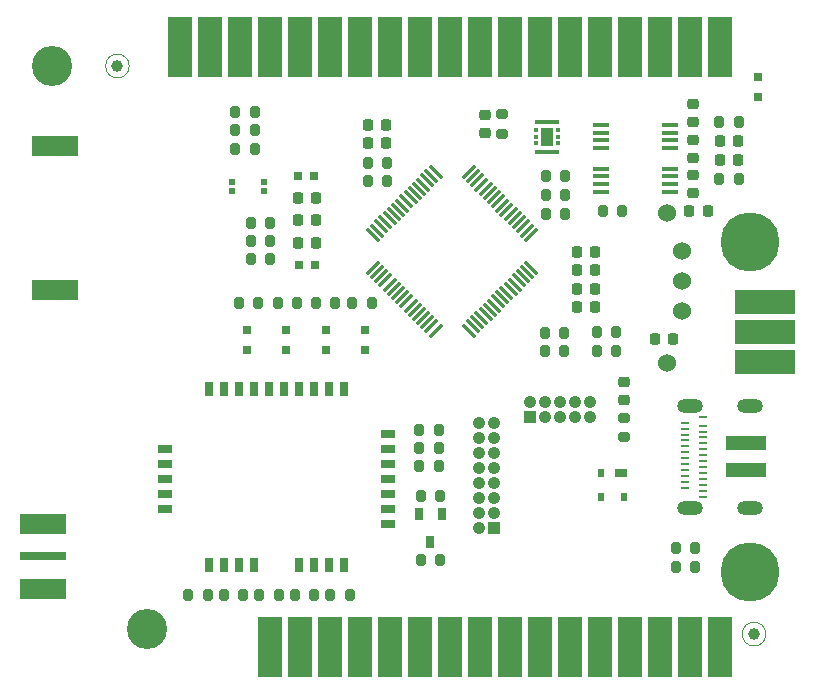
<source format=gts>
%TF.GenerationSoftware,KiCad,Pcbnew,8.0.4*%
%TF.CreationDate,2024-11-04T17:03:22+09:00*%
%TF.ProjectId,balsun,62616c73-756e-42e6-9b69-6361645f7063,rev?*%
%TF.SameCoordinates,Original*%
%TF.FileFunction,Soldermask,Top*%
%TF.FilePolarity,Negative*%
%FSLAX46Y46*%
G04 Gerber Fmt 4.6, Leading zero omitted, Abs format (unit mm)*
G04 Created by KiCad (PCBNEW 8.0.4) date 2024-11-04 17:03:22*
%MOMM*%
%LPD*%
G01*
G04 APERTURE LIST*
G04 Aperture macros list*
%AMRoundRect*
0 Rectangle with rounded corners*
0 $1 Rounding radius*
0 $2 $3 $4 $5 $6 $7 $8 $9 X,Y pos of 4 corners*
0 Add a 4 corners polygon primitive as box body*
4,1,4,$2,$3,$4,$5,$6,$7,$8,$9,$2,$3,0*
0 Add four circle primitives for the rounded corners*
1,1,$1+$1,$2,$3*
1,1,$1+$1,$4,$5*
1,1,$1+$1,$6,$7*
1,1,$1+$1,$8,$9*
0 Add four rect primitives between the rounded corners*
20,1,$1+$1,$2,$3,$4,$5,0*
20,1,$1+$1,$4,$5,$6,$7,0*
20,1,$1+$1,$6,$7,$8,$9,0*
20,1,$1+$1,$8,$9,$2,$3,0*%
%AMRotRect*
0 Rectangle, with rotation*
0 The origin of the aperture is its center*
0 $1 length*
0 $2 width*
0 $3 Rotation angle, in degrees counterclockwise*
0 Add horizontal line*
21,1,$1,$2,0,0,$3*%
G04 Aperture macros list end*
%ADD10C,0.100000*%
%ADD11R,0.700000X1.000000*%
%ADD12C,1.000000*%
%ADD13R,4.000000X0.760000*%
%ADD14R,4.000000X1.810000*%
%ADD15RoundRect,0.200000X-0.200000X-0.275000X0.200000X-0.275000X0.200000X0.275000X-0.200000X0.275000X0*%
%ADD16RoundRect,0.225000X-0.225000X-0.250000X0.225000X-0.250000X0.225000X0.250000X-0.225000X0.250000X0*%
%ADD17R,0.800000X0.800000*%
%ADD18RoundRect,0.200000X-0.275000X0.200000X-0.275000X-0.200000X0.275000X-0.200000X0.275000X0.200000X0*%
%ADD19RoundRect,0.200000X0.200000X0.275000X-0.200000X0.275000X-0.200000X-0.275000X0.200000X-0.275000X0*%
%ADD20R,1.050000X1.050000*%
%ADD21C,1.050000*%
%ADD22C,1.524000*%
%ADD23R,1.200000X0.800000*%
%ADD24R,0.800000X1.200000*%
%ADD25R,1.475000X0.450000*%
%ADD26R,0.650000X0.700000*%
%ADD27R,0.375000X0.350000*%
%ADD28R,2.100000X0.400000*%
%ADD29R,1.100000X1.500000*%
%ADD30C,5.000000*%
%ADD31R,2.000000X2.540000*%
%ADD32RoundRect,0.225000X0.225000X0.250000X-0.225000X0.250000X-0.225000X-0.250000X0.225000X-0.250000X0*%
%ADD33RotRect,0.300000X1.475000X225.000000*%
%ADD34RotRect,0.300000X1.475000X135.000000*%
%ADD35C,3.400000*%
%ADD36RoundRect,0.225000X-0.250000X0.225000X-0.250000X-0.225000X0.250000X-0.225000X0.250000X0.225000X0*%
%ADD37R,1.000000X0.700000*%
%ADD38R,0.600000X0.700000*%
%ADD39RoundRect,0.225000X0.250000X-0.225000X0.250000X0.225000X-0.250000X0.225000X-0.250000X-0.225000X0*%
%ADD40R,2.540000X2.000000*%
%ADD41R,0.550000X0.550000*%
%ADD42R,4.000000X1.800000*%
%ADD43R,0.650000X0.250000*%
%ADD44O,2.200000X1.200000*%
%ADD45R,0.650000X0.270000*%
%ADD46R,3.500000X1.250000*%
%ADD47C,1.530000*%
G04 APERTURE END LIST*
D10*
%TO.C,REF\u002A\u002A*%
X165900000Y-76500000D02*
G75*
G02*
X163900000Y-76500000I-1000000J0D01*
G01*
X163900000Y-76500000D02*
G75*
G02*
X165900000Y-76500000I1000000J0D01*
G01*
X219800000Y-124600000D02*
G75*
G02*
X217800000Y-124600000I-1000000J0D01*
G01*
X217800000Y-124600000D02*
G75*
G02*
X219800000Y-124600000I1000000J0D01*
G01*
%TD*%
D11*
%TO.C,Q1*%
X192350000Y-114400000D03*
X190450000Y-114400000D03*
X191400000Y-116800000D03*
%TD*%
D12*
%TO.C,REF\u002A\u002A*%
X164900000Y-76500000D03*
%TD*%
%TO.C,REF\u002A\u002A*%
X218800000Y-124600000D03*
%TD*%
D13*
%TO.C,J6*%
X158600000Y-118025000D03*
D14*
X158600000Y-115260000D03*
X158600000Y-120790000D03*
%TD*%
D15*
%TO.C,R37*%
X205975000Y-88800000D03*
X207625000Y-88800000D03*
%TD*%
D16*
%TO.C,C2*%
X180175000Y-91450000D03*
X181725000Y-91450000D03*
%TD*%
D17*
%TO.C,L3*%
X185900000Y-98875000D03*
X185900000Y-100525000D03*
%TD*%
D16*
%TO.C,C13*%
X215900000Y-84475000D03*
X217450000Y-84475000D03*
%TD*%
D18*
%TO.C,R32*%
X197500000Y-80600000D03*
X197500000Y-82250000D03*
%TD*%
D15*
%TO.C,R2*%
X174875000Y-81900000D03*
X176525000Y-81900000D03*
%TD*%
D19*
%TO.C,R25*%
X187725000Y-86259000D03*
X186075000Y-86259000D03*
%TD*%
%TO.C,R31*%
X217487000Y-81280000D03*
X215837000Y-81280000D03*
%TD*%
D20*
%TO.C,J4*%
X196800000Y-115580000D03*
D21*
X195530000Y-115580000D03*
X196800000Y-114310000D03*
X195530000Y-114310000D03*
X196800000Y-113040000D03*
X195530000Y-113040000D03*
X196800000Y-111770000D03*
X195530000Y-111770000D03*
X196800000Y-110500000D03*
X195530000Y-110500000D03*
X196800000Y-109230000D03*
X195530000Y-109230000D03*
X196800000Y-107960000D03*
X195530000Y-107960000D03*
X196800000Y-106690000D03*
X195530000Y-106690000D03*
%TD*%
D17*
%TO.C,L4*%
X179200000Y-98875000D03*
X179200000Y-100525000D03*
%TD*%
D22*
%TO.C,IC3*%
X212700000Y-97240000D03*
X212700000Y-94700000D03*
X212700000Y-92160000D03*
%TD*%
D23*
%TO.C,IC2*%
X168945000Y-114040000D03*
X168945000Y-112770000D03*
X168945000Y-111500000D03*
X168945000Y-110230000D03*
X168945000Y-108960000D03*
D24*
X172685000Y-103870000D03*
X173955000Y-103870000D03*
X175225000Y-103870000D03*
X176495000Y-103870000D03*
X177765000Y-103870000D03*
X179035000Y-103870000D03*
X180305000Y-103870000D03*
X181575000Y-103870000D03*
X182845000Y-103870000D03*
X184115000Y-103870000D03*
D23*
X187805000Y-107690000D03*
X187805000Y-108960000D03*
X187805000Y-110230000D03*
X187805000Y-111500000D03*
X187805000Y-112770000D03*
X187805000Y-114040000D03*
X187805000Y-115310000D03*
D24*
X184115000Y-118730000D03*
X182845000Y-118730000D03*
X181575000Y-118730000D03*
X180305000Y-118730000D03*
X176495000Y-118730000D03*
X175225000Y-118730000D03*
X173955000Y-118730000D03*
X172685000Y-118730000D03*
%TD*%
D19*
%TO.C,R14*%
X192225000Y-118300000D03*
X190575000Y-118300000D03*
%TD*%
D25*
%TO.C,IC5*%
X205824000Y-81500000D03*
X205824000Y-82150000D03*
X205824000Y-82800000D03*
X205824000Y-83450000D03*
X211700000Y-83450000D03*
X211700000Y-82800000D03*
X211700000Y-82150000D03*
X211700000Y-81500000D03*
%TD*%
D19*
%TO.C,R33*%
X217525000Y-86050000D03*
X215875000Y-86050000D03*
%TD*%
D26*
%TO.C,FB1*%
X180200000Y-85825000D03*
X181550000Y-85825000D03*
%TD*%
D15*
%TO.C,R24*%
X190444000Y-110337000D03*
X192094000Y-110337000D03*
%TD*%
D19*
%TO.C,R28*%
X183325000Y-96600000D03*
X181675000Y-96600000D03*
%TD*%
D15*
%TO.C,R7*%
X176175000Y-89800000D03*
X177825000Y-89800000D03*
%TD*%
D21*
%TO.C,J1*%
X204935000Y-104905000D03*
X204935000Y-106175000D03*
X203665000Y-104905000D03*
X203665000Y-106175000D03*
X202395000Y-104905000D03*
X202395000Y-106175000D03*
X201125000Y-104905000D03*
X201125000Y-106175000D03*
X199855000Y-104905000D03*
D20*
X199855000Y-106175000D03*
%TD*%
D19*
%TO.C,R26*%
X187725000Y-84725000D03*
X186075000Y-84725000D03*
%TD*%
D27*
%TO.C,IC4*%
X200362000Y-81950000D03*
X200362000Y-82500000D03*
X200362000Y-83050000D03*
X202237000Y-83050000D03*
X202237000Y-82500000D03*
X202237000Y-81950000D03*
D28*
X201300000Y-81250000D03*
X201300000Y-83750000D03*
D29*
X201300000Y-82500000D03*
%TD*%
D19*
%TO.C,R6*%
X177825000Y-91300000D03*
X176175000Y-91300000D03*
%TD*%
%TO.C,R10*%
X181550000Y-121300000D03*
X179900000Y-121300000D03*
%TD*%
D17*
%TO.C,L1*%
X175900000Y-98875000D03*
X175900000Y-100525000D03*
%TD*%
D15*
%TO.C,R35*%
X201100000Y-99075000D03*
X202750000Y-99075000D03*
%TD*%
D26*
%TO.C,FB2*%
X180250000Y-93350000D03*
X181600000Y-93350000D03*
%TD*%
D30*
%TO.C,H3*%
X218450000Y-91412500D03*
%TD*%
D19*
%TO.C,R21*%
X201175000Y-87400000D03*
X202825000Y-87400000D03*
%TD*%
D15*
%TO.C,R22*%
X190444000Y-108813000D03*
X192094000Y-108813000D03*
%TD*%
D16*
%TO.C,C7*%
X180150000Y-89550000D03*
X181700000Y-89550000D03*
%TD*%
D31*
%TO.C,P1*%
X215920000Y-76140000D03*
X215920000Y-73600000D03*
X213380000Y-76140000D03*
X213380000Y-73600000D03*
X210840000Y-76140000D03*
X210840000Y-73600000D03*
X208300000Y-76140000D03*
X208300000Y-73600000D03*
X205760000Y-76140000D03*
X205760000Y-73600000D03*
X203220000Y-76140000D03*
X203220000Y-73600000D03*
X200680000Y-76140000D03*
X200680000Y-73600000D03*
X198140000Y-76140000D03*
X198140000Y-73600000D03*
X193060000Y-76140000D03*
X193060000Y-73600000D03*
X190520000Y-76140000D03*
X190520000Y-73600000D03*
X187980000Y-76140000D03*
X187980000Y-73600000D03*
X185440000Y-76140000D03*
X185440000Y-73600000D03*
X182900000Y-76140000D03*
X182900000Y-73600000D03*
X180360000Y-76140000D03*
X180360000Y-73600000D03*
X177820000Y-76140000D03*
X177820000Y-73600000D03*
X175280000Y-76140000D03*
X175280000Y-73600000D03*
X172740000Y-76140000D03*
X172740000Y-73600000D03*
X170200000Y-76140000D03*
X170200000Y-73600000D03*
X195600000Y-76140000D03*
X195600000Y-73600000D03*
%TD*%
D32*
%TO.C,C10*%
X187675000Y-83025000D03*
X186125000Y-83025000D03*
%TD*%
D33*
%TO.C,IC1*%
X194650128Y-98899829D03*
X195003682Y-98546276D03*
X195357235Y-98192722D03*
X195710788Y-97839169D03*
X196064342Y-97485616D03*
X196417895Y-97132062D03*
X196771449Y-96778509D03*
X197125002Y-96424955D03*
X197478555Y-96071402D03*
X197832109Y-95717849D03*
X198185662Y-95364295D03*
X198539216Y-95010742D03*
X198892769Y-94657188D03*
X199246322Y-94303635D03*
X199599876Y-93950082D03*
X199953429Y-93596528D03*
D34*
X199953429Y-90785072D03*
X199599876Y-90431518D03*
X199246322Y-90077965D03*
X198892769Y-89724412D03*
X198539216Y-89370858D03*
X198185662Y-89017305D03*
X197832109Y-88663751D03*
X197478555Y-88310198D03*
X197125002Y-87956645D03*
X196771449Y-87603091D03*
X196417895Y-87249538D03*
X196064342Y-86895984D03*
X195710788Y-86542431D03*
X195357235Y-86188878D03*
X195003682Y-85835324D03*
X194650128Y-85481771D03*
D33*
X191838672Y-85481771D03*
X191485118Y-85835324D03*
X191131565Y-86188878D03*
X190778012Y-86542431D03*
X190424458Y-86895984D03*
X190070905Y-87249538D03*
X189717351Y-87603091D03*
X189363798Y-87956645D03*
X189010245Y-88310198D03*
X188656691Y-88663751D03*
X188303138Y-89017305D03*
X187949584Y-89370858D03*
X187596031Y-89724412D03*
X187242478Y-90077965D03*
X186888924Y-90431518D03*
X186535371Y-90785072D03*
D34*
X186535371Y-93596528D03*
X186888924Y-93950082D03*
X187242478Y-94303635D03*
X187596031Y-94657188D03*
X187949584Y-95010742D03*
X188303138Y-95364295D03*
X188656691Y-95717849D03*
X189010245Y-96071402D03*
X189363798Y-96424955D03*
X189717351Y-96778509D03*
X190070905Y-97132062D03*
X190424458Y-97485616D03*
X190778012Y-97839169D03*
X191131565Y-98192722D03*
X191485118Y-98546276D03*
X191838672Y-98899829D03*
%TD*%
D32*
%TO.C,C1*%
X181725000Y-87650000D03*
X180175000Y-87650000D03*
%TD*%
D19*
%TO.C,R15*%
X192225000Y-112900000D03*
X190575000Y-112900000D03*
%TD*%
D16*
%TO.C,C14*%
X210425000Y-99600000D03*
X211975000Y-99600000D03*
%TD*%
D15*
%TO.C,R36*%
X202750000Y-100625000D03*
X201100000Y-100625000D03*
%TD*%
D19*
%TO.C,R8*%
X178550000Y-121300000D03*
X176900000Y-121300000D03*
%TD*%
D35*
%TO.C,H4*%
X159400000Y-76500000D03*
%TD*%
D36*
%TO.C,C17*%
X213600000Y-85725000D03*
X213600000Y-87275000D03*
%TD*%
D37*
%TO.C,D1*%
X207550000Y-111000000D03*
D38*
X205850000Y-111000000D03*
X205850000Y-113000000D03*
X207750000Y-113000000D03*
%TD*%
D16*
%TO.C,C15*%
X215900000Y-82875000D03*
X217450000Y-82875000D03*
%TD*%
D19*
%TO.C,R11*%
X175550000Y-121300000D03*
X173900000Y-121300000D03*
%TD*%
%TO.C,R13*%
X172550000Y-121300000D03*
X170900000Y-121300000D03*
%TD*%
D17*
%TO.C,L2*%
X182600000Y-98875000D03*
X182600000Y-100525000D03*
%TD*%
D16*
%TO.C,C5*%
X203825000Y-95362000D03*
X205375000Y-95362000D03*
%TD*%
D15*
%TO.C,R18*%
X205475000Y-99050000D03*
X207125000Y-99050000D03*
%TD*%
%TO.C,R30*%
X178475000Y-96600000D03*
X180125000Y-96600000D03*
%TD*%
D19*
%TO.C,R20*%
X192094000Y-107289000D03*
X190444000Y-107289000D03*
%TD*%
%TO.C,R4*%
X213825000Y-117300000D03*
X212175000Y-117300000D03*
%TD*%
D15*
%TO.C,R27*%
X175175000Y-96600000D03*
X176825000Y-96600000D03*
%TD*%
%TO.C,R1*%
X174875000Y-83500000D03*
X176525000Y-83500000D03*
%TD*%
D35*
%TO.C,H5*%
X167375000Y-124175000D03*
%TD*%
D39*
%TO.C,C12*%
X213600000Y-81275000D03*
X213600000Y-79725000D03*
%TD*%
D16*
%TO.C,C9*%
X203825000Y-96900000D03*
X205375000Y-96900000D03*
%TD*%
%TO.C,C16*%
X213325000Y-88800000D03*
X214875000Y-88800000D03*
%TD*%
D40*
%TO.C,H1*%
X218450000Y-101600000D03*
X220990000Y-101600000D03*
X218450000Y-99060000D03*
X220990000Y-99060000D03*
X218450000Y-96520000D03*
X220990000Y-96520000D03*
%TD*%
D15*
%TO.C,R16*%
X176175000Y-92800000D03*
X177825000Y-92800000D03*
%TD*%
D16*
%TO.C,C8*%
X203825000Y-92262000D03*
X205375000Y-92262000D03*
%TD*%
D41*
%TO.C,S2*%
X177275000Y-86325000D03*
X177275000Y-87075000D03*
X174625000Y-87075000D03*
X174625000Y-86325000D03*
%TD*%
D19*
%TO.C,R19*%
X202825000Y-89000000D03*
X201175000Y-89000000D03*
%TD*%
D17*
%TO.C,L5*%
X219100000Y-79100000D03*
X219100000Y-77450000D03*
%TD*%
D18*
%TO.C,R12*%
X207800000Y-106275000D03*
X207800000Y-107925000D03*
%TD*%
D19*
%TO.C,R3*%
X176525000Y-80400000D03*
X174875000Y-80400000D03*
%TD*%
D36*
%TO.C,C11*%
X196000000Y-80650000D03*
X196000000Y-82200000D03*
%TD*%
D15*
%TO.C,R29*%
X184775000Y-96600000D03*
X186425000Y-96600000D03*
%TD*%
D31*
%TO.C,J2*%
X177800000Y-124460000D03*
X177800000Y-127000000D03*
X180340000Y-124460000D03*
X180340000Y-127000000D03*
X182880000Y-124460000D03*
X182880000Y-127000000D03*
X185420000Y-124460000D03*
X185420000Y-127000000D03*
X187960000Y-124460000D03*
X187960000Y-127000000D03*
X190500000Y-124460000D03*
X190500000Y-127000000D03*
X193040000Y-124460000D03*
X193040000Y-127000000D03*
X195580000Y-124460000D03*
X195580000Y-127000000D03*
X198120000Y-124460000D03*
X198120000Y-127000000D03*
X200660000Y-124460000D03*
X200660000Y-127000000D03*
X203200000Y-124460000D03*
X203200000Y-127000000D03*
X205740000Y-124460000D03*
X205740000Y-127000000D03*
X208280000Y-124460000D03*
X208280000Y-127000000D03*
X210820000Y-124460000D03*
X210820000Y-127000000D03*
X213360000Y-124460000D03*
X213360000Y-127000000D03*
X215900000Y-124460000D03*
X215900000Y-127000000D03*
%TD*%
D16*
%TO.C,C6*%
X203825000Y-93800000D03*
X205375000Y-93800000D03*
%TD*%
D32*
%TO.C,C4*%
X187675000Y-81525000D03*
X186125000Y-81525000D03*
%TD*%
D42*
%TO.C,ANT1*%
X159600000Y-95500000D03*
X159600000Y-83300000D03*
%TD*%
D15*
%TO.C,R34*%
X205475000Y-100630000D03*
X207125000Y-100630000D03*
%TD*%
D43*
%TO.C,J5*%
X212950000Y-112200000D03*
X212950000Y-111700000D03*
X212950000Y-111200000D03*
X212950000Y-110700000D03*
X212950000Y-110200000D03*
X212950000Y-109700000D03*
X212950000Y-109200000D03*
X212950000Y-108700000D03*
X212950000Y-108200000D03*
X212950000Y-107700000D03*
X212950000Y-107200000D03*
X212950000Y-106700000D03*
X214450000Y-106950000D03*
X214450000Y-107450000D03*
X214450000Y-107950000D03*
X214450000Y-108450000D03*
X214450000Y-108950000D03*
X214450000Y-109450000D03*
X214450000Y-109950000D03*
X214450000Y-110450000D03*
X214450000Y-110950000D03*
X214450000Y-111450000D03*
X214450000Y-111950000D03*
X214450000Y-112450000D03*
D44*
X213375000Y-113895000D03*
X213375000Y-105255000D03*
X218475000Y-113895000D03*
X218475000Y-105255000D03*
D45*
X214450000Y-112960000D03*
X214450000Y-106190000D03*
D46*
X218125000Y-110700000D03*
X218125000Y-108450000D03*
%TD*%
D19*
%TO.C,R9*%
X184550000Y-121300000D03*
X182900000Y-121300000D03*
%TD*%
%TO.C,R5*%
X213825000Y-118900000D03*
X212175000Y-118900000D03*
%TD*%
D30*
%TO.C,H2*%
X218425000Y-119350000D03*
%TD*%
D39*
%TO.C,C18*%
X213600000Y-84275000D03*
X213600000Y-82725000D03*
%TD*%
D15*
%TO.C,R23*%
X201175000Y-85800000D03*
X202825000Y-85800000D03*
%TD*%
D25*
%TO.C,IC6*%
X205837000Y-85200000D03*
X205837000Y-85850000D03*
X205837000Y-86500000D03*
X205837000Y-87150000D03*
X211713000Y-87150000D03*
X211713000Y-86500000D03*
X211713000Y-85850000D03*
X211713000Y-85200000D03*
%TD*%
D39*
%TO.C,C3*%
X207800000Y-104775000D03*
X207800000Y-103225000D03*
%TD*%
D47*
%TO.C,U1*%
X211425000Y-88950000D03*
X211425000Y-101650000D03*
%TD*%
M02*

</source>
